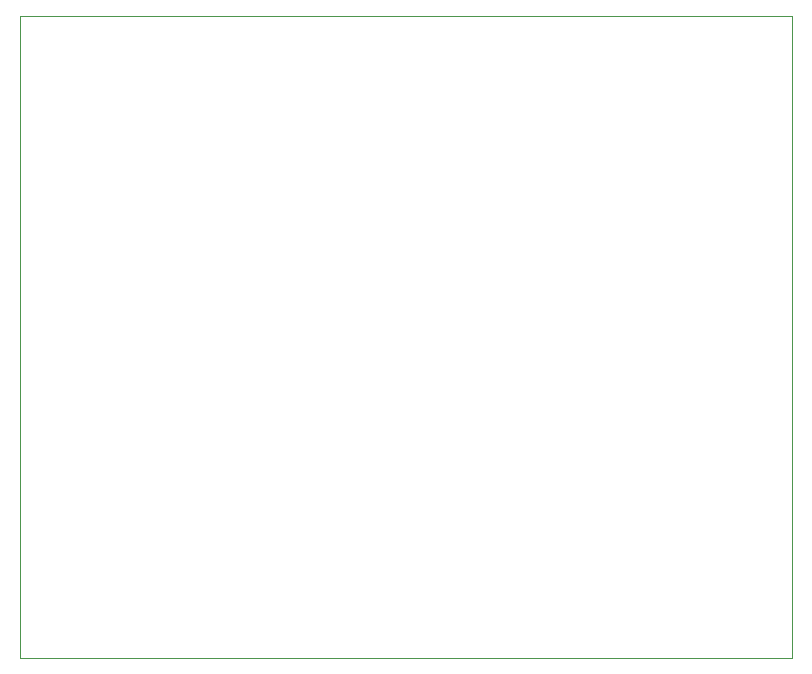
<source format=gbr>
%TF.GenerationSoftware,KiCad,Pcbnew,5.1.7-a382d34a8~88~ubuntu18.04.1*%
%TF.CreationDate,2021-11-04T17:59:29-07:00*%
%TF.ProjectId,Kelly controller,4b656c6c-7920-4636-9f6e-74726f6c6c65,rev?*%
%TF.SameCoordinates,Original*%
%TF.FileFunction,Profile,NP*%
%FSLAX46Y46*%
G04 Gerber Fmt 4.6, Leading zero omitted, Abs format (unit mm)*
G04 Created by KiCad (PCBNEW 5.1.7-a382d34a8~88~ubuntu18.04.1) date 2021-11-04 17:59:29*
%MOMM*%
%LPD*%
G01*
G04 APERTURE LIST*
%TA.AperFunction,Profile*%
%ADD10C,0.050000*%
%TD*%
G04 APERTURE END LIST*
D10*
X100634800Y-97993200D02*
X100634800Y-43688000D01*
X166039800Y-97993200D02*
X100634800Y-97993200D01*
X166039800Y-43688000D02*
X166039800Y-97993200D01*
X100634800Y-43688000D02*
X166039800Y-43688000D01*
M02*

</source>
